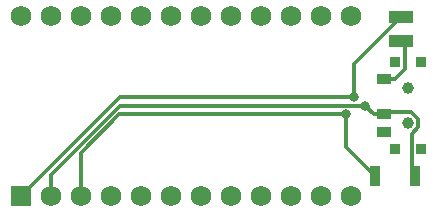
<source format=gbr>
%TF.GenerationSoftware,KiCad,Pcbnew,(6.0.4)*%
%TF.CreationDate,2022-10-24T23:50:00-04:00*%
%TF.ProjectId,battpack,62617474-7061-4636-9b2e-6b696361645f,v1.0.0*%
%TF.SameCoordinates,Original*%
%TF.FileFunction,Copper,L2,Bot*%
%TF.FilePolarity,Positive*%
%FSLAX46Y46*%
G04 Gerber Fmt 4.6, Leading zero omitted, Abs format (unit mm)*
G04 Created by KiCad (PCBNEW (6.0.4)) date 2022-10-24 23:50:00*
%MOMM*%
%LPD*%
G01*
G04 APERTURE LIST*
%TA.AperFunction,ComponentPad*%
%ADD10R,1.752600X1.752600*%
%TD*%
%TA.AperFunction,ComponentPad*%
%ADD11C,1.752600*%
%TD*%
%TA.AperFunction,WasherPad*%
%ADD12C,1.000000*%
%TD*%
%TA.AperFunction,SMDPad,CuDef*%
%ADD13R,1.250000X0.900000*%
%TD*%
%TA.AperFunction,SMDPad,CuDef*%
%ADD14R,0.900000X0.900000*%
%TD*%
%TA.AperFunction,SMDPad,CuDef*%
%ADD15R,0.900000X1.700000*%
%TD*%
%TA.AperFunction,SMDPad,CuDef*%
%ADD16R,2.000000X1.000000*%
%TD*%
%TA.AperFunction,ViaPad*%
%ADD17C,0.800000*%
%TD*%
%TA.AperFunction,Conductor*%
%ADD18C,0.300000*%
%TD*%
G04 APERTURE END LIST*
D10*
%TO.P,,1*%
%TO.N,RAW*%
X-13970000Y-7620000D03*
D11*
%TO.P,,2*%
%TO.N,GND*%
X-11430000Y-7620000D03*
%TO.P,,3*%
%TO.N,RST*%
X-8890000Y-7620000D03*
%TO.P,,4*%
%TO.N,VCC*%
X-6350000Y-7620000D03*
%TO.P,,5*%
%TO.N,F4*%
X-3810000Y-7620000D03*
%TO.P,,6*%
%TO.N,F5*%
X-1270000Y-7620000D03*
%TO.P,,7*%
%TO.N,F6*%
X1270000Y-7620000D03*
%TO.P,,8*%
%TO.N,F7*%
X3810000Y-7620000D03*
%TO.P,,9*%
%TO.N,B1*%
X6350000Y-7620000D03*
%TO.P,,10*%
%TO.N,B3*%
X8890000Y-7620000D03*
%TO.P,,11*%
%TO.N,B2*%
X11430000Y-7620000D03*
%TO.P,,12*%
%TO.N,B6*%
X13970000Y-7620000D03*
%TO.P,,13*%
%TO.N,B5*%
X13970000Y7620000D03*
%TO.P,,14*%
%TO.N,B4*%
X11430000Y7620000D03*
%TO.P,,15*%
%TO.N,E6*%
X8890000Y7620000D03*
%TO.P,,16*%
%TO.N,D7*%
X6350000Y7620000D03*
%TO.P,,17*%
%TO.N,C6*%
X3810000Y7620000D03*
%TO.P,,18*%
%TO.N,D4*%
X1270000Y7620000D03*
%TO.P,,19*%
%TO.N,D0*%
X-1270000Y7620000D03*
%TO.P,,20*%
%TO.N,D1*%
X-3810000Y7620000D03*
%TO.P,,21*%
%TO.N,GND*%
X-6350000Y7620000D03*
%TO.P,,22*%
X-8890000Y7620000D03*
%TO.P,,23*%
%TO.N,D2*%
X-11430000Y7620000D03*
%TO.P,,24*%
%TO.N,D3*%
X-13970000Y7620000D03*
%TD*%
D12*
%TO.P,T1,*%
%TO.N,*%
X18850000Y-1500000D03*
X18850000Y1500000D03*
D13*
%TO.P,T1,1*%
%TO.N,BAT*%
X16775000Y2250000D03*
%TO.P,T1,2*%
%TO.N,GND*%
X16775000Y-750000D03*
%TO.P,T1,3*%
%TO.N,N/C*%
X16775000Y-2250000D03*
D14*
%TO.P,T1,*%
%TO.N,*%
X19950000Y-3700000D03*
X17750000Y-3700000D03*
X17750000Y3700000D03*
X19950000Y3700000D03*
%TD*%
D12*
%TO.P,T2,*%
%TO.N,*%
X18850000Y-1500000D03*
X18850000Y1500000D03*
%TD*%
D15*
%TO.P,B2,1*%
%TO.N,RST*%
X16050000Y-6000000D03*
%TO.P,B2,2*%
%TO.N,GND*%
X19450000Y-6000000D03*
%TD*%
D16*
%TO.P,PAD1,1*%
%TO.N,RAW*%
X18250000Y7500000D03*
%TD*%
%TO.P,PAD2,1*%
%TO.N,BAT*%
X18250000Y5500000D03*
%TD*%
D17*
%TO.N,RST*%
X13536005Y-739213D03*
%TO.N,RAW*%
X14285505Y759787D03*
%TO.N,GND*%
X15208924Y10287D03*
%TD*%
D18*
%TO.N,RST*%
X13536005Y-3486005D02*
X13536005Y-739213D01*
X16050000Y-6000000D02*
X13536005Y-3486005D01*
X-8890000Y-4014784D02*
X-8890000Y-7620000D01*
X13536005Y-739213D02*
X-5614429Y-739213D01*
X-5614429Y-739213D02*
X-8890000Y-4014784D01*
%TO.N,RAW*%
X14285505Y759787D02*
X-5590213Y759787D01*
X-5590213Y759787D02*
X-13970000Y-7620000D01*
X14285505Y3535505D02*
X14285505Y759787D01*
X18250000Y7500000D02*
X14285505Y3535505D01*
%TO.N,GND*%
X-11430000Y-5848356D02*
X-11430000Y-7620000D01*
X-5571357Y10287D02*
X-11430000Y-5848356D01*
X15208924Y10287D02*
X-5571357Y10287D01*
X19077852Y-526447D02*
X16998553Y-526447D01*
X19699521Y-1148116D02*
X19077852Y-526447D01*
X19150489Y-2400916D02*
X19699521Y-1851884D01*
X19699521Y-1851884D02*
X19699521Y-1148116D01*
X16998553Y-526447D02*
X16775000Y-750000D01*
X19150489Y-5700489D02*
X19150489Y-2400916D01*
X19450000Y-6000000D02*
X19150489Y-5700489D01*
X15969211Y-750000D02*
X15208924Y10287D01*
X16775000Y-750000D02*
X15969211Y-750000D01*
%TO.N,BAT*%
X17696751Y2250000D02*
X16775000Y2250000D01*
X18549511Y3102760D02*
X17696751Y2250000D01*
X18549511Y5200489D02*
X18549511Y3102760D01*
X18250000Y5500000D02*
X18549511Y5200489D01*
%TD*%
M02*

</source>
